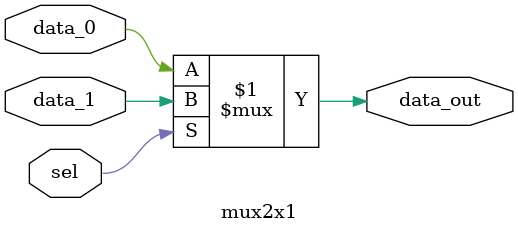
<source format=v>

module mux2x1 (
               input  sel ,    // selectie
               input  data_0 , // data de intrare selectata pentru sel=0
               input  data_1 , // data de intrare selectata pentru sel=1
               output data_out // data de iesire
               );

   assign data_out = sel ? data_1 : data_0;

endmodule // mux2x1

</source>
